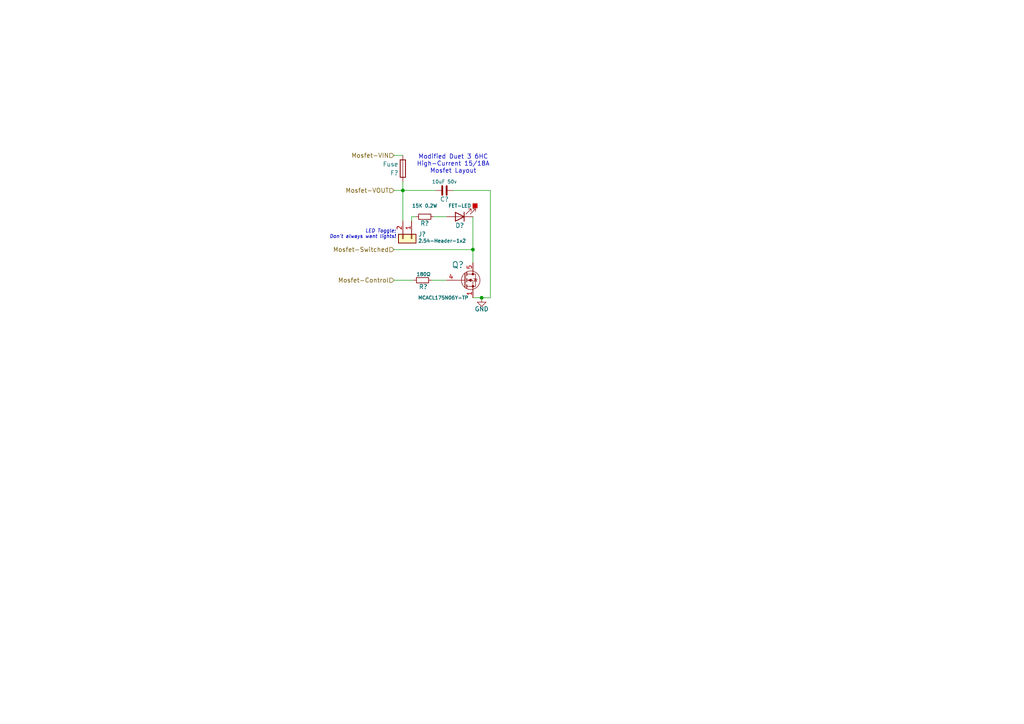
<source format=kicad_sch>
(kicad_sch (version 20231120) (generator "eeschema") (generator_version "8.0")
  (paper "A4")
  (lib_symbols
    (symbol "Connector_Generic:Conn_01x02" (pin_names (offset 1.016) hide)
      (property "Reference" "J" (at 0 2.54 0))
      (property "Value" "Conn_01x02" (at 0 -5.08 0))
      (symbol "Conn_01x02_1_1"
        (rectangle (start -1.27 -2.413) (end 0 -2.667) (stroke (width 0.1524)))
        (rectangle (start -1.27 0.127) (end 0 -0.127) (stroke (width 0.1524)))
        (rectangle (start -1.27 1.27) (end 1.27 -3.81) (stroke (width 0.254)) (fill (type background)))
        (pin passive line (at -5.08 0 0) (length 3.81) (name "Pin_1") (number "1"))
        (pin passive line (at -5.08 -2.54 0) (length 3.81) (name "Pin_2") (number "2"))
      )
    )
    (symbol "Device:Fuse" (pin_numbers hide) (pin_names (offset 0))
      (property "Reference" "F" (at 2.032 0 90))
      (property "Value" "Fuse" (at -1.905 0 90))
      (symbol "Fuse_0_1"
        (rectangle (start -0.762 -2.54) (end 0.762 2.54) (stroke (width 0.254)))
        (polyline (pts (xy 0 2.54) (xy 0 -2.54)))
      )
      (symbol "Fuse_1_1"
        (pin passive line (at 0 3.81 270) (length 1.27) (name "~") (number "1"))
        (pin passive line (at 0 -3.81 90) (length 1.27) (name "~") (number "2"))
      )
    )
    (symbol "Device:LED" (pin_numbers hide) (pin_names (offset 1.016) hide)
      (property "Reference" "D" (at 0 2.54 0))
      (property "Value" "LED" (at 0 -2.54 0))
      (symbol "LED_0_1"
        (polyline (pts (xy -1.27 -1.27) (xy -1.27 1.27)) (stroke (width 0.254)))
        (polyline (pts (xy -1.27 0) (xy 1.27 0)))
        (polyline (pts (xy 1.27 -1.27) (xy 1.27 1.27) (xy -1.27 0) (xy 1.27 -1.27)) (stroke (width 0.254)))
        (polyline (pts (xy -3.048 -0.762) (xy -4.572 -2.286) (xy -3.81 -2.286) (xy -4.572 -2.286) (xy -4.572 -1.524)))
        (polyline (pts (xy -1.778 -0.762) (xy -3.302 -2.286) (xy -2.54 -2.286) (xy -3.302 -2.286) (xy -3.302 -1.524)))
      )
      (symbol "LED_1_1"
        (pin passive line (at -3.81 0 0) (length 2.54) (name "K") (number "1"))
        (pin passive line (at 3.81 0 180) (length 2.54) (name "A") (number "2"))
      )
    )
    (symbol "Device:R_Small" (pin_numbers hide) (pin_names (offset 0.254) hide)
      (property "Reference" "R" (at 0.762 0.508 0))
      (property "Value" "R_Small" (at 0.762 -1.016 0))
      (symbol "R_Small_0_1"
        (rectangle (start -0.762 1.778) (end 0.762 -1.778) (stroke (width 0.2032)))
      )
      (symbol "R_Small_1_1"
        (pin passive line (at 0 2.54 270) (length 0.762) (name "~") (number "1"))
        (pin passive line (at 0 -2.54 90) (length 0.762) (name "~") (number "2"))
      )
    )
    (symbol "Duet3:C_SMALL" (pin_numbers hide) (pin_names (offset 0.254))
      (property "Reference" "C" (at 0.635 1.905 0))
      (property "Value" "C_SMALL" (at 0 -1.905 0))
      (symbol "C_SMALL_0_1"
        (polyline (pts (xy -1.27 -0.635) (xy 1.27 -0.635)) (stroke (width 0.508)))
        (polyline (pts (xy -1.27 0.635) (xy 1.27 0.635)) (stroke (width 0.508)))
      )
      (symbol "C_SMALL_1_1"
        (pin passive line (at 0 2.54 270) (length 1.905) (name "~") (number "1"))
        (pin passive line (at 0 -2.54 90) (length 1.905) (name "~") (number "2"))
      )
    )
    (symbol "Duet3:TPH11006NL" (pin_names (offset 0) hide)
      (property "Reference" "Q17" (at 4.0132 1.4478 0))
      (property "Value" "TPH11006NL" (at -12.065 4.445 0))
      (property "Part Number" "DMT6017LFV" (at 4.0132 -2.3114 0))
      (symbol "TPH11006NL_0_1"
        (polyline (pts (xy -3.81 0) (xy -1.016 0)))
        (polyline (pts (xy -0.508 -1.778) (xy 1.27 -1.778)))
        (polyline (pts (xy -0.508 -1.27) (xy -0.508 -2.286)) (stroke (width 0.254)))
        (polyline (pts (xy -0.508 0) (xy 1.27 0)))
        (polyline (pts (xy -0.508 0.508) (xy -0.508 -0.508)) (stroke (width 0.254)))
        (polyline (pts (xy -0.508 1.778) (xy 1.27 1.778)))
        (polyline (pts (xy -0.508 2.286) (xy -0.508 1.27)) (stroke (width 0.254)))
        (polyline (pts (xy 1.27 -1.778) (xy 1.27 -2.54)))
        (polyline (pts (xy 1.27 -1.778) (xy 1.27 0)))
        (polyline (pts (xy 1.27 2.54) (xy 1.27 1.778)))
        (polyline (pts (xy -1.016 1.905) (xy -1.016 -1.905) (xy -1.016 -1.905)) (stroke (width 0.254)))
        (polyline (pts (xy -0.2032 0) (xy 0.8128 -0.381) (xy 0.8128 0.381) (xy -0.2032 0)) (fill (type outline)))
        (polyline (pts (xy 1.27 -1.778) (xy 2.032 -1.778) (xy 2.032 1.778) (xy 1.27 1.778)))
        (polyline (pts (xy 1.524 0.508) (xy 1.651 0.381) (xy 2.413 0.381) (xy 2.54 0.254)))
        (polyline (pts (xy 2.032 0.381) (xy 1.651 -0.254) (xy 2.413 -0.254) (xy 2.032 0.381)))
        (circle (center 0.635 0) (radius 2.6924))
        (circle (center 1.27 -1.778) (radius 0.2794) (fill (type outline)))
        (circle (center 1.27 1.778) (radius 0.2794) (fill (type outline)))
      )
      (symbol "TPH11006NL_1_1"
        (pin passive line (at 1.27 -5.08 90) (length 2.54) (name "S") (number "1"))
        (pin passive line (at 1.27 -5.08 90) (length 2.54) hide (name "S") (number "2"))
        (pin passive line (at 1.27 -5.08 90) (length 2.54) hide (name "S") (number "3"))
        (pin passive line (at -6.35 0 0) (length 2.54) (name "G") (number "4"))
        (pin passive line (at 1.27 5.08 270) (length 2.54) (name "D") (number "5"))
      )
    )
    (symbol "power:GND" (power) (pin_numbers hide) (pin_names (offset 0) hide)
      (property "Value" "GND" (at 0 -3.81 0))
      (symbol "GND_0_1"
        (polyline (pts (xy 0 0) (xy 0 -1.27) (xy 1.27 -1.27) (xy 0 -2.54) (xy -1.27 -1.27) (xy 0 -1.27)))
      )
      (symbol "GND_1_1"
        (pin power_in line (at 0 0 270) (length 0) (name "~") (number "1"))
      )
    )
  )
  (junction (at 116.84 55.245))
  (junction (at 137.16 72.39))
  (junction (at 139.7 86.36))
  (wire (pts (xy 125.73 62.865) (xy 129.54 62.865)))
  (wire (pts (xy 116.84 52.705) (xy 116.84 55.245)))
  (wire (pts (xy 119.38 62.865) (xy 119.38 64.135)))
  (wire (pts (xy 139.7 86.36) (xy 142.24 86.36)))
  (wire (pts (xy 125.095 81.28) (xy 129.54 81.28)))
  (wire (pts (xy 114.3 55.245) (xy 116.84 55.245)))
  (wire (pts (xy 114.3 81.28) (xy 120.015 81.28)))
  (wire (pts (xy 142.24 55.245) (xy 142.24 86.36)))
  (wire (pts (xy 137.16 62.865) (xy 137.16 72.39)))
  (wire (pts (xy 116.84 55.245) (xy 126.365 55.245)))
  (wire (pts (xy 137.16 76.2) (xy 137.16 72.39)))
  (wire (pts (xy 114.3 72.39) (xy 137.16 72.39)))
  (wire (pts (xy 120.65 62.865) (xy 119.38 62.865)))
  (wire (pts (xy 114.3 45.085) (xy 116.84 45.085)))
  (wire (pts (xy 116.84 55.245) (xy 116.84 64.135)))
  (wire (pts (xy 137.16 86.36) (xy 139.7 86.36)))
  (wire (pts (xy 142.24 55.245) (xy 131.445 55.245)))
  (rectangle (start 137.16 59.055) (end 138.43 60.325) (stroke (width 0) (color 194 0 0 1)) (fill (type color) (color 194 0 0 1)))
  (text "LED Toggle;\nDon't always want lights!" (at 114.935 67.945 0) (effects (font (size 1 1) (italic yes)) (justify right)))
  (text "Modified Duet 3 6HC\nHigh-Current 15/18A\nMosfet Layout" (at 131.445 47.625 0) (effects (font (size 1.27 1.27))))
  (hierarchical_label "Mosfet-VIN" (shape input) (at 114.3 45.085 180))
  (hierarchical_label "Mosfet-Switched" (shape input) (at 114.3 72.39 180))
  (hierarchical_label "Mosfet-Control" (shape input) (at 114.3 81.28 180))
  (hierarchical_label "Mosfet-VOUT" (shape input) (at 114.3 55.245 180))
  (symbol (lib_id "Duet3:C_SMALL") (at 128.905 55.245 90) (unit 1)
    (property "Reference" "C?" (at 128.905 57.785 90))
    (property "Value" "10uF 50v" (at 128.905 52.705 90) (effects (font (size 1 1))))
    (property "Footprint" "Capacitor_SMD:C_1206_3216Metric" (effects (hide yes)))
    (property "Part Number" "CL31A106KBHNNNE" (effects (hide yes)))
  )
  (symbol (lib_id "Device:R_Small") (at 122.555 81.28 270) (unit 1)
    (property "Reference" "R?" (at 122.7582 83.185 90))
    (property "Value" "180Ω" (at 122.8598 79.5528 90) (effects (font (size 1 1))))
    (property "Footprint" "Resistor_SMD:R_0402_1005Metric_Wbry" (effects (hide yes)))
    (property "Part Number" "RMCF0402FT180R" (effects (hide yes)))
  )
  (symbol (lib_id "Device:Fuse") (at 116.84 48.895 180) (unit 1)
    (property "Reference" "F?" (at 115.57 50.165 0) (effects (justify left)))
    (property "Value" "Fuse" (at 115.57 47.625 0) (effects (justify left)))
    (property "Description" "Fuse" (effects (hide yes)))
  )
  (symbol (lib_id "Device:R_Small") (at 123.19 62.865 270) (unit 1)
    (property "Reference" "R?" (at 123.19 64.77 90))
    (property "Value" "15K 0.2W" (at 123.19 59.69 90) (effects (font (size 1 1))))
    (property "Footprint" "Resistor_SMD:R_0603_1608Metric_Wbry" (effects (hide yes)))
    (property "Part Number" "RCC060315K0FKEA" (effects (hide yes)))
  )
  (symbol (lib_id "Device:LED") (at 133.35 62.865 180) (unit 1)
    (property "Reference" "D?" (at 133.35 65.405 0))
    (property "Value" "FET-LED" (at 133.35 59.69 0) (effects (font (size 1 1))))
    (property "Footprint" "LED_SMD:LED_0603_1608Metric" (effects (hide yes)))
    (property "Part Number" "150060RS75000 or equivalent Red" (effects (hide yes)))
  )
  (symbol (lib_id "power:GND") (at 139.7 86.36 0) (unit 1)
    (property "Reference" "#PWR01" (effects (hide yes)))
    (property "Value" "GND" (at 139.7 88.9 0) (effects (justify top)))
    (property "Description" "Power symbol creates a global label with name \"GND\" , ground" (effects (hide yes)))
  )
  (symbol (lib_id "Connector_Generic:Conn_01x02") (at 119.38 69.215 270) (unit 1)
    (property "Reference" "J?" (at 121.285 67.945 90) (effects (justify left)))
    (property "Value" "2.54-Header-1x2" (at 121.285 69.85 90) (effects (font (size 1 1)) (justify left)))
    (property "Description" "Generic connector, single row, 01x02, script generated (kicad-library-utils/schlib/autogen/connector/)" (effects (hide yes)))
  )
  (symbol (lib_id "Duet3:TPH11006NL") (at 135.89 81.28 0) (unit 1)
    (property "Reference" "Q?" (at 134.62 76.835 0) (effects (font (size 1.75 1.75)) (justify right)))
    (property "Value" "MCACL175N06Y-TP" (at 135.89 86.36 0) (effects (font (size 1 1)) (justify right)))
    (property "Footprint" "complib:POWERDFN_DFN5060" (effects (hide yes)))
    (property "Datasheet" "https://www.diodes.com/assets/Datasheets/DMP3013SFV.pdf" (effects (hide yes)))
    (property "Part Number" "MCACL175N06Y-TP" (effects (hide yes)))
  )
)
</source>
